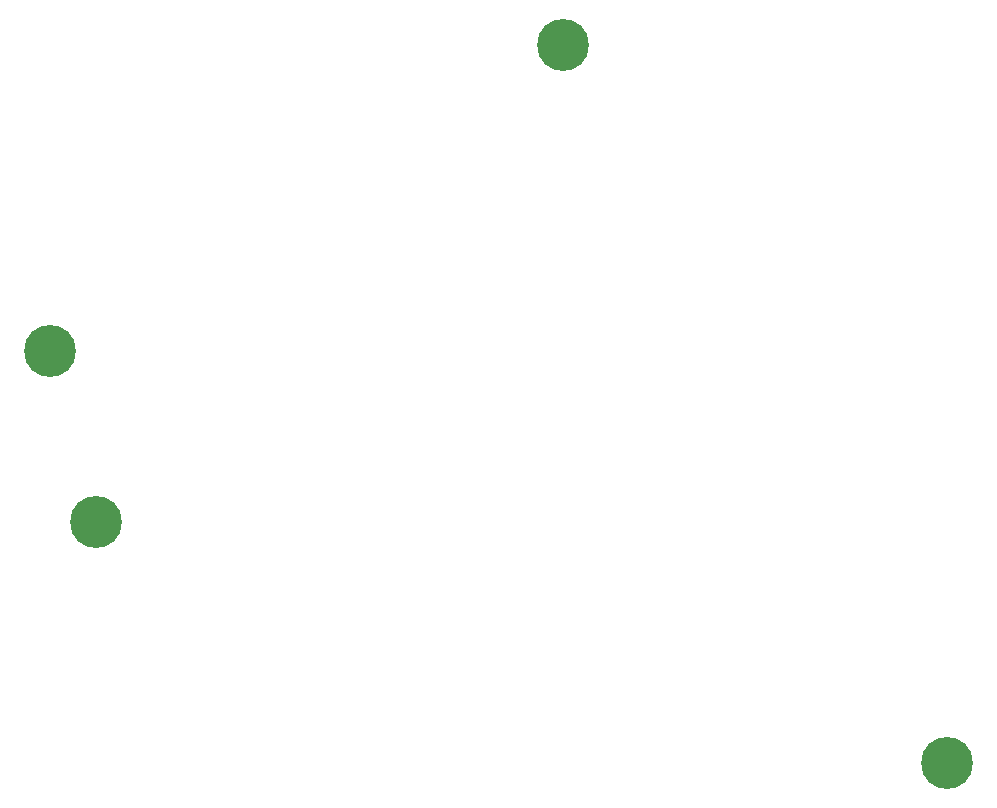
<source format=gbr>
%TF.GenerationSoftware,KiCad,Pcbnew,7.0.2-0*%
%TF.CreationDate,2023-07-17T19:12:55+02:00*%
%TF.ProjectId,platepcb,706c6174-6570-4636-922e-6b696361645f,v1.0.0*%
%TF.SameCoordinates,Original*%
%TF.FileFunction,Copper,L1,Top*%
%TF.FilePolarity,Positive*%
%FSLAX46Y46*%
G04 Gerber Fmt 4.6, Leading zero omitted, Abs format (unit mm)*
G04 Created by KiCad (PCBNEW 7.0.2-0) date 2023-07-17 19:12:55*
%MOMM*%
%LPD*%
G01*
G04 APERTURE LIST*
%TA.AperFunction,ComponentPad*%
%ADD10C,0.700000*%
%TD*%
%TA.AperFunction,ComponentPad*%
%ADD11C,4.400000*%
%TD*%
G04 APERTURE END LIST*
D10*
%TO.P,_1,1*%
%TO.N,N/C*%
X154747134Y-124571627D03*
D11*
X153318192Y-123746627D03*
D10*
X153745243Y-125340405D03*
X154143192Y-122317685D03*
X151724414Y-124173678D03*
X151889250Y-122921627D03*
X152493192Y-125175569D03*
X154911970Y-123319576D03*
X152891141Y-122152849D03*
%TD*%
%TO.P,_2,1*%
%TO.N,N/C*%
X158629419Y-139060514D03*
D11*
X157200477Y-138235514D03*
D10*
X157627528Y-139829292D03*
X158025477Y-136806572D03*
X155606699Y-138662565D03*
X155771535Y-137410514D03*
X156375477Y-139664456D03*
X158794255Y-137808463D03*
X156773426Y-136641736D03*
%TD*%
%TO.P,_3,1*%
%TO.N,N/C*%
X197871094Y-99058813D03*
D11*
X196810495Y-97794840D03*
D10*
X196666688Y-99438561D03*
X198074468Y-96734241D03*
X195166774Y-97651033D03*
X195749896Y-96530867D03*
X195546522Y-98855439D03*
X198454216Y-97938647D03*
X196954302Y-96151119D03*
%TD*%
%TO.P,_4,1*%
%TO.N,N/C*%
X229993006Y-160074345D03*
D11*
X229295686Y-158578937D03*
D10*
X228731353Y-160129430D03*
X230791094Y-157881617D03*
X227745193Y-158014604D03*
X228598366Y-157083529D03*
X227800278Y-159276257D03*
X230846179Y-159143270D03*
X229860019Y-157028444D03*
%TD*%
M02*

</source>
